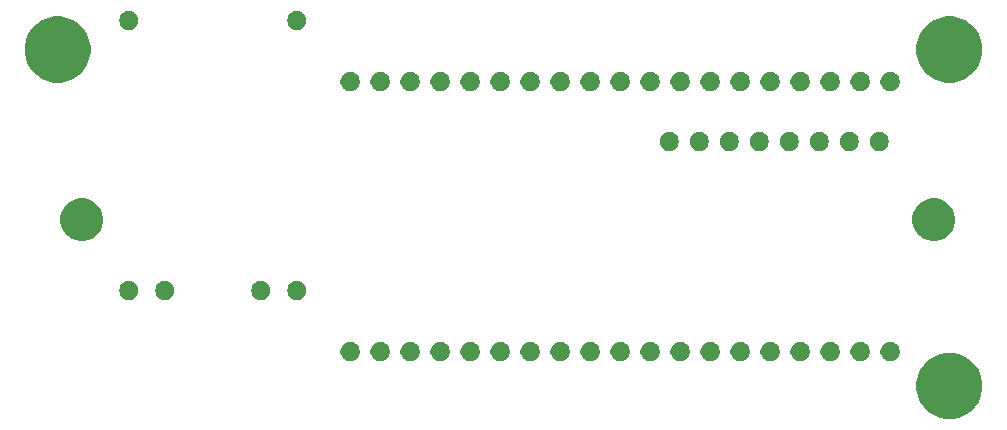
<source format=gbr>
G04 #@! TF.GenerationSoftware,KiCad,Pcbnew,(5.1.0)-1*
G04 #@! TF.CreationDate,2019-04-18T21:07:37-07:00*
G04 #@! TF.ProjectId,PCBv2,50434276-322e-46b6-9963-61645f706362,rev?*
G04 #@! TF.SameCoordinates,Original*
G04 #@! TF.FileFunction,Soldermask,Top*
G04 #@! TF.FilePolarity,Negative*
%FSLAX46Y46*%
G04 Gerber Fmt 4.6, Leading zero omitted, Abs format (unit mm)*
G04 Created by KiCad (PCBNEW (5.1.0)-1) date 2019-04-18 21:07:37*
%MOMM*%
%LPD*%
G04 APERTURE LIST*
%ADD10C,0.100000*%
G04 APERTURE END LIST*
D10*
G36*
X148317021Y-91056640D02*
G01*
X148826769Y-91267785D01*
X148826771Y-91267786D01*
X149285534Y-91574321D01*
X149675679Y-91964466D01*
X149982214Y-92423229D01*
X149982215Y-92423231D01*
X150193360Y-92932979D01*
X150301000Y-93474124D01*
X150301000Y-94025876D01*
X150193360Y-94567021D01*
X149982215Y-95076769D01*
X149982214Y-95076771D01*
X149675679Y-95535534D01*
X149285534Y-95925679D01*
X148826771Y-96232214D01*
X148826770Y-96232215D01*
X148826769Y-96232215D01*
X148317021Y-96443360D01*
X147775876Y-96551000D01*
X147224124Y-96551000D01*
X146682979Y-96443360D01*
X146173231Y-96232215D01*
X146173230Y-96232215D01*
X146173229Y-96232214D01*
X145714466Y-95925679D01*
X145324321Y-95535534D01*
X145017786Y-95076771D01*
X145017785Y-95076769D01*
X144806640Y-94567021D01*
X144699000Y-94025876D01*
X144699000Y-93474124D01*
X144806640Y-92932979D01*
X145017785Y-92423231D01*
X145017786Y-92423229D01*
X145324321Y-91964466D01*
X145714466Y-91574321D01*
X146173229Y-91267786D01*
X146173231Y-91267785D01*
X146682979Y-91056640D01*
X147224124Y-90949000D01*
X147775876Y-90949000D01*
X148317021Y-91056640D01*
X148317021Y-91056640D01*
G37*
G36*
X119857142Y-90048242D02*
G01*
X120005101Y-90109529D01*
X120138255Y-90198499D01*
X120251501Y-90311745D01*
X120340471Y-90444899D01*
X120401758Y-90592858D01*
X120433000Y-90749925D01*
X120433000Y-90910075D01*
X120401758Y-91067142D01*
X120340471Y-91215101D01*
X120251501Y-91348255D01*
X120138255Y-91461501D01*
X120005101Y-91550471D01*
X119857142Y-91611758D01*
X119700075Y-91643000D01*
X119539925Y-91643000D01*
X119382858Y-91611758D01*
X119234899Y-91550471D01*
X119101745Y-91461501D01*
X118988499Y-91348255D01*
X118899529Y-91215101D01*
X118838242Y-91067142D01*
X118807000Y-90910075D01*
X118807000Y-90749925D01*
X118838242Y-90592858D01*
X118899529Y-90444899D01*
X118988499Y-90311745D01*
X119101745Y-90198499D01*
X119234899Y-90109529D01*
X119382858Y-90048242D01*
X119539925Y-90017000D01*
X119700075Y-90017000D01*
X119857142Y-90048242D01*
X119857142Y-90048242D01*
G37*
G36*
X140177142Y-90048242D02*
G01*
X140325101Y-90109529D01*
X140458255Y-90198499D01*
X140571501Y-90311745D01*
X140660471Y-90444899D01*
X140721758Y-90592858D01*
X140753000Y-90749925D01*
X140753000Y-90910075D01*
X140721758Y-91067142D01*
X140660471Y-91215101D01*
X140571501Y-91348255D01*
X140458255Y-91461501D01*
X140325101Y-91550471D01*
X140177142Y-91611758D01*
X140020075Y-91643000D01*
X139859925Y-91643000D01*
X139702858Y-91611758D01*
X139554899Y-91550471D01*
X139421745Y-91461501D01*
X139308499Y-91348255D01*
X139219529Y-91215101D01*
X139158242Y-91067142D01*
X139127000Y-90910075D01*
X139127000Y-90749925D01*
X139158242Y-90592858D01*
X139219529Y-90444899D01*
X139308499Y-90311745D01*
X139421745Y-90198499D01*
X139554899Y-90109529D01*
X139702858Y-90048242D01*
X139859925Y-90017000D01*
X140020075Y-90017000D01*
X140177142Y-90048242D01*
X140177142Y-90048242D01*
G37*
G36*
X137637142Y-90048242D02*
G01*
X137785101Y-90109529D01*
X137918255Y-90198499D01*
X138031501Y-90311745D01*
X138120471Y-90444899D01*
X138181758Y-90592858D01*
X138213000Y-90749925D01*
X138213000Y-90910075D01*
X138181758Y-91067142D01*
X138120471Y-91215101D01*
X138031501Y-91348255D01*
X137918255Y-91461501D01*
X137785101Y-91550471D01*
X137637142Y-91611758D01*
X137480075Y-91643000D01*
X137319925Y-91643000D01*
X137162858Y-91611758D01*
X137014899Y-91550471D01*
X136881745Y-91461501D01*
X136768499Y-91348255D01*
X136679529Y-91215101D01*
X136618242Y-91067142D01*
X136587000Y-90910075D01*
X136587000Y-90749925D01*
X136618242Y-90592858D01*
X136679529Y-90444899D01*
X136768499Y-90311745D01*
X136881745Y-90198499D01*
X137014899Y-90109529D01*
X137162858Y-90048242D01*
X137319925Y-90017000D01*
X137480075Y-90017000D01*
X137637142Y-90048242D01*
X137637142Y-90048242D01*
G37*
G36*
X135097142Y-90048242D02*
G01*
X135245101Y-90109529D01*
X135378255Y-90198499D01*
X135491501Y-90311745D01*
X135580471Y-90444899D01*
X135641758Y-90592858D01*
X135673000Y-90749925D01*
X135673000Y-90910075D01*
X135641758Y-91067142D01*
X135580471Y-91215101D01*
X135491501Y-91348255D01*
X135378255Y-91461501D01*
X135245101Y-91550471D01*
X135097142Y-91611758D01*
X134940075Y-91643000D01*
X134779925Y-91643000D01*
X134622858Y-91611758D01*
X134474899Y-91550471D01*
X134341745Y-91461501D01*
X134228499Y-91348255D01*
X134139529Y-91215101D01*
X134078242Y-91067142D01*
X134047000Y-90910075D01*
X134047000Y-90749925D01*
X134078242Y-90592858D01*
X134139529Y-90444899D01*
X134228499Y-90311745D01*
X134341745Y-90198499D01*
X134474899Y-90109529D01*
X134622858Y-90048242D01*
X134779925Y-90017000D01*
X134940075Y-90017000D01*
X135097142Y-90048242D01*
X135097142Y-90048242D01*
G37*
G36*
X132557142Y-90048242D02*
G01*
X132705101Y-90109529D01*
X132838255Y-90198499D01*
X132951501Y-90311745D01*
X133040471Y-90444899D01*
X133101758Y-90592858D01*
X133133000Y-90749925D01*
X133133000Y-90910075D01*
X133101758Y-91067142D01*
X133040471Y-91215101D01*
X132951501Y-91348255D01*
X132838255Y-91461501D01*
X132705101Y-91550471D01*
X132557142Y-91611758D01*
X132400075Y-91643000D01*
X132239925Y-91643000D01*
X132082858Y-91611758D01*
X131934899Y-91550471D01*
X131801745Y-91461501D01*
X131688499Y-91348255D01*
X131599529Y-91215101D01*
X131538242Y-91067142D01*
X131507000Y-90910075D01*
X131507000Y-90749925D01*
X131538242Y-90592858D01*
X131599529Y-90444899D01*
X131688499Y-90311745D01*
X131801745Y-90198499D01*
X131934899Y-90109529D01*
X132082858Y-90048242D01*
X132239925Y-90017000D01*
X132400075Y-90017000D01*
X132557142Y-90048242D01*
X132557142Y-90048242D01*
G37*
G36*
X130017142Y-90048242D02*
G01*
X130165101Y-90109529D01*
X130298255Y-90198499D01*
X130411501Y-90311745D01*
X130500471Y-90444899D01*
X130561758Y-90592858D01*
X130593000Y-90749925D01*
X130593000Y-90910075D01*
X130561758Y-91067142D01*
X130500471Y-91215101D01*
X130411501Y-91348255D01*
X130298255Y-91461501D01*
X130165101Y-91550471D01*
X130017142Y-91611758D01*
X129860075Y-91643000D01*
X129699925Y-91643000D01*
X129542858Y-91611758D01*
X129394899Y-91550471D01*
X129261745Y-91461501D01*
X129148499Y-91348255D01*
X129059529Y-91215101D01*
X128998242Y-91067142D01*
X128967000Y-90910075D01*
X128967000Y-90749925D01*
X128998242Y-90592858D01*
X129059529Y-90444899D01*
X129148499Y-90311745D01*
X129261745Y-90198499D01*
X129394899Y-90109529D01*
X129542858Y-90048242D01*
X129699925Y-90017000D01*
X129860075Y-90017000D01*
X130017142Y-90048242D01*
X130017142Y-90048242D01*
G37*
G36*
X127477142Y-90048242D02*
G01*
X127625101Y-90109529D01*
X127758255Y-90198499D01*
X127871501Y-90311745D01*
X127960471Y-90444899D01*
X128021758Y-90592858D01*
X128053000Y-90749925D01*
X128053000Y-90910075D01*
X128021758Y-91067142D01*
X127960471Y-91215101D01*
X127871501Y-91348255D01*
X127758255Y-91461501D01*
X127625101Y-91550471D01*
X127477142Y-91611758D01*
X127320075Y-91643000D01*
X127159925Y-91643000D01*
X127002858Y-91611758D01*
X126854899Y-91550471D01*
X126721745Y-91461501D01*
X126608499Y-91348255D01*
X126519529Y-91215101D01*
X126458242Y-91067142D01*
X126427000Y-90910075D01*
X126427000Y-90749925D01*
X126458242Y-90592858D01*
X126519529Y-90444899D01*
X126608499Y-90311745D01*
X126721745Y-90198499D01*
X126854899Y-90109529D01*
X127002858Y-90048242D01*
X127159925Y-90017000D01*
X127320075Y-90017000D01*
X127477142Y-90048242D01*
X127477142Y-90048242D01*
G37*
G36*
X124937142Y-90048242D02*
G01*
X125085101Y-90109529D01*
X125218255Y-90198499D01*
X125331501Y-90311745D01*
X125420471Y-90444899D01*
X125481758Y-90592858D01*
X125513000Y-90749925D01*
X125513000Y-90910075D01*
X125481758Y-91067142D01*
X125420471Y-91215101D01*
X125331501Y-91348255D01*
X125218255Y-91461501D01*
X125085101Y-91550471D01*
X124937142Y-91611758D01*
X124780075Y-91643000D01*
X124619925Y-91643000D01*
X124462858Y-91611758D01*
X124314899Y-91550471D01*
X124181745Y-91461501D01*
X124068499Y-91348255D01*
X123979529Y-91215101D01*
X123918242Y-91067142D01*
X123887000Y-90910075D01*
X123887000Y-90749925D01*
X123918242Y-90592858D01*
X123979529Y-90444899D01*
X124068499Y-90311745D01*
X124181745Y-90198499D01*
X124314899Y-90109529D01*
X124462858Y-90048242D01*
X124619925Y-90017000D01*
X124780075Y-90017000D01*
X124937142Y-90048242D01*
X124937142Y-90048242D01*
G37*
G36*
X122397142Y-90048242D02*
G01*
X122545101Y-90109529D01*
X122678255Y-90198499D01*
X122791501Y-90311745D01*
X122880471Y-90444899D01*
X122941758Y-90592858D01*
X122973000Y-90749925D01*
X122973000Y-90910075D01*
X122941758Y-91067142D01*
X122880471Y-91215101D01*
X122791501Y-91348255D01*
X122678255Y-91461501D01*
X122545101Y-91550471D01*
X122397142Y-91611758D01*
X122240075Y-91643000D01*
X122079925Y-91643000D01*
X121922858Y-91611758D01*
X121774899Y-91550471D01*
X121641745Y-91461501D01*
X121528499Y-91348255D01*
X121439529Y-91215101D01*
X121378242Y-91067142D01*
X121347000Y-90910075D01*
X121347000Y-90749925D01*
X121378242Y-90592858D01*
X121439529Y-90444899D01*
X121528499Y-90311745D01*
X121641745Y-90198499D01*
X121774899Y-90109529D01*
X121922858Y-90048242D01*
X122079925Y-90017000D01*
X122240075Y-90017000D01*
X122397142Y-90048242D01*
X122397142Y-90048242D01*
G37*
G36*
X96997142Y-90048242D02*
G01*
X97145101Y-90109529D01*
X97278255Y-90198499D01*
X97391501Y-90311745D01*
X97480471Y-90444899D01*
X97541758Y-90592858D01*
X97573000Y-90749925D01*
X97573000Y-90910075D01*
X97541758Y-91067142D01*
X97480471Y-91215101D01*
X97391501Y-91348255D01*
X97278255Y-91461501D01*
X97145101Y-91550471D01*
X96997142Y-91611758D01*
X96840075Y-91643000D01*
X96679925Y-91643000D01*
X96522858Y-91611758D01*
X96374899Y-91550471D01*
X96241745Y-91461501D01*
X96128499Y-91348255D01*
X96039529Y-91215101D01*
X95978242Y-91067142D01*
X95947000Y-90910075D01*
X95947000Y-90749925D01*
X95978242Y-90592858D01*
X96039529Y-90444899D01*
X96128499Y-90311745D01*
X96241745Y-90198499D01*
X96374899Y-90109529D01*
X96522858Y-90048242D01*
X96679925Y-90017000D01*
X96840075Y-90017000D01*
X96997142Y-90048242D01*
X96997142Y-90048242D01*
G37*
G36*
X114777142Y-90048242D02*
G01*
X114925101Y-90109529D01*
X115058255Y-90198499D01*
X115171501Y-90311745D01*
X115260471Y-90444899D01*
X115321758Y-90592858D01*
X115353000Y-90749925D01*
X115353000Y-90910075D01*
X115321758Y-91067142D01*
X115260471Y-91215101D01*
X115171501Y-91348255D01*
X115058255Y-91461501D01*
X114925101Y-91550471D01*
X114777142Y-91611758D01*
X114620075Y-91643000D01*
X114459925Y-91643000D01*
X114302858Y-91611758D01*
X114154899Y-91550471D01*
X114021745Y-91461501D01*
X113908499Y-91348255D01*
X113819529Y-91215101D01*
X113758242Y-91067142D01*
X113727000Y-90910075D01*
X113727000Y-90749925D01*
X113758242Y-90592858D01*
X113819529Y-90444899D01*
X113908499Y-90311745D01*
X114021745Y-90198499D01*
X114154899Y-90109529D01*
X114302858Y-90048242D01*
X114459925Y-90017000D01*
X114620075Y-90017000D01*
X114777142Y-90048242D01*
X114777142Y-90048242D01*
G37*
G36*
X112237142Y-90048242D02*
G01*
X112385101Y-90109529D01*
X112518255Y-90198499D01*
X112631501Y-90311745D01*
X112720471Y-90444899D01*
X112781758Y-90592858D01*
X112813000Y-90749925D01*
X112813000Y-90910075D01*
X112781758Y-91067142D01*
X112720471Y-91215101D01*
X112631501Y-91348255D01*
X112518255Y-91461501D01*
X112385101Y-91550471D01*
X112237142Y-91611758D01*
X112080075Y-91643000D01*
X111919925Y-91643000D01*
X111762858Y-91611758D01*
X111614899Y-91550471D01*
X111481745Y-91461501D01*
X111368499Y-91348255D01*
X111279529Y-91215101D01*
X111218242Y-91067142D01*
X111187000Y-90910075D01*
X111187000Y-90749925D01*
X111218242Y-90592858D01*
X111279529Y-90444899D01*
X111368499Y-90311745D01*
X111481745Y-90198499D01*
X111614899Y-90109529D01*
X111762858Y-90048242D01*
X111919925Y-90017000D01*
X112080075Y-90017000D01*
X112237142Y-90048242D01*
X112237142Y-90048242D01*
G37*
G36*
X109697142Y-90048242D02*
G01*
X109845101Y-90109529D01*
X109978255Y-90198499D01*
X110091501Y-90311745D01*
X110180471Y-90444899D01*
X110241758Y-90592858D01*
X110273000Y-90749925D01*
X110273000Y-90910075D01*
X110241758Y-91067142D01*
X110180471Y-91215101D01*
X110091501Y-91348255D01*
X109978255Y-91461501D01*
X109845101Y-91550471D01*
X109697142Y-91611758D01*
X109540075Y-91643000D01*
X109379925Y-91643000D01*
X109222858Y-91611758D01*
X109074899Y-91550471D01*
X108941745Y-91461501D01*
X108828499Y-91348255D01*
X108739529Y-91215101D01*
X108678242Y-91067142D01*
X108647000Y-90910075D01*
X108647000Y-90749925D01*
X108678242Y-90592858D01*
X108739529Y-90444899D01*
X108828499Y-90311745D01*
X108941745Y-90198499D01*
X109074899Y-90109529D01*
X109222858Y-90048242D01*
X109379925Y-90017000D01*
X109540075Y-90017000D01*
X109697142Y-90048242D01*
X109697142Y-90048242D01*
G37*
G36*
X107157142Y-90048242D02*
G01*
X107305101Y-90109529D01*
X107438255Y-90198499D01*
X107551501Y-90311745D01*
X107640471Y-90444899D01*
X107701758Y-90592858D01*
X107733000Y-90749925D01*
X107733000Y-90910075D01*
X107701758Y-91067142D01*
X107640471Y-91215101D01*
X107551501Y-91348255D01*
X107438255Y-91461501D01*
X107305101Y-91550471D01*
X107157142Y-91611758D01*
X107000075Y-91643000D01*
X106839925Y-91643000D01*
X106682858Y-91611758D01*
X106534899Y-91550471D01*
X106401745Y-91461501D01*
X106288499Y-91348255D01*
X106199529Y-91215101D01*
X106138242Y-91067142D01*
X106107000Y-90910075D01*
X106107000Y-90749925D01*
X106138242Y-90592858D01*
X106199529Y-90444899D01*
X106288499Y-90311745D01*
X106401745Y-90198499D01*
X106534899Y-90109529D01*
X106682858Y-90048242D01*
X106839925Y-90017000D01*
X107000075Y-90017000D01*
X107157142Y-90048242D01*
X107157142Y-90048242D01*
G37*
G36*
X104617142Y-90048242D02*
G01*
X104765101Y-90109529D01*
X104898255Y-90198499D01*
X105011501Y-90311745D01*
X105100471Y-90444899D01*
X105161758Y-90592858D01*
X105193000Y-90749925D01*
X105193000Y-90910075D01*
X105161758Y-91067142D01*
X105100471Y-91215101D01*
X105011501Y-91348255D01*
X104898255Y-91461501D01*
X104765101Y-91550471D01*
X104617142Y-91611758D01*
X104460075Y-91643000D01*
X104299925Y-91643000D01*
X104142858Y-91611758D01*
X103994899Y-91550471D01*
X103861745Y-91461501D01*
X103748499Y-91348255D01*
X103659529Y-91215101D01*
X103598242Y-91067142D01*
X103567000Y-90910075D01*
X103567000Y-90749925D01*
X103598242Y-90592858D01*
X103659529Y-90444899D01*
X103748499Y-90311745D01*
X103861745Y-90198499D01*
X103994899Y-90109529D01*
X104142858Y-90048242D01*
X104299925Y-90017000D01*
X104460075Y-90017000D01*
X104617142Y-90048242D01*
X104617142Y-90048242D01*
G37*
G36*
X102077142Y-90048242D02*
G01*
X102225101Y-90109529D01*
X102358255Y-90198499D01*
X102471501Y-90311745D01*
X102560471Y-90444899D01*
X102621758Y-90592858D01*
X102653000Y-90749925D01*
X102653000Y-90910075D01*
X102621758Y-91067142D01*
X102560471Y-91215101D01*
X102471501Y-91348255D01*
X102358255Y-91461501D01*
X102225101Y-91550471D01*
X102077142Y-91611758D01*
X101920075Y-91643000D01*
X101759925Y-91643000D01*
X101602858Y-91611758D01*
X101454899Y-91550471D01*
X101321745Y-91461501D01*
X101208499Y-91348255D01*
X101119529Y-91215101D01*
X101058242Y-91067142D01*
X101027000Y-90910075D01*
X101027000Y-90749925D01*
X101058242Y-90592858D01*
X101119529Y-90444899D01*
X101208499Y-90311745D01*
X101321745Y-90198499D01*
X101454899Y-90109529D01*
X101602858Y-90048242D01*
X101759925Y-90017000D01*
X101920075Y-90017000D01*
X102077142Y-90048242D01*
X102077142Y-90048242D01*
G37*
G36*
X99537142Y-90048242D02*
G01*
X99685101Y-90109529D01*
X99818255Y-90198499D01*
X99931501Y-90311745D01*
X100020471Y-90444899D01*
X100081758Y-90592858D01*
X100113000Y-90749925D01*
X100113000Y-90910075D01*
X100081758Y-91067142D01*
X100020471Y-91215101D01*
X99931501Y-91348255D01*
X99818255Y-91461501D01*
X99685101Y-91550471D01*
X99537142Y-91611758D01*
X99380075Y-91643000D01*
X99219925Y-91643000D01*
X99062858Y-91611758D01*
X98914899Y-91550471D01*
X98781745Y-91461501D01*
X98668499Y-91348255D01*
X98579529Y-91215101D01*
X98518242Y-91067142D01*
X98487000Y-90910075D01*
X98487000Y-90749925D01*
X98518242Y-90592858D01*
X98579529Y-90444899D01*
X98668499Y-90311745D01*
X98781745Y-90198499D01*
X98914899Y-90109529D01*
X99062858Y-90048242D01*
X99219925Y-90017000D01*
X99380075Y-90017000D01*
X99537142Y-90048242D01*
X99537142Y-90048242D01*
G37*
G36*
X142717142Y-90048242D02*
G01*
X142865101Y-90109529D01*
X142998255Y-90198499D01*
X143111501Y-90311745D01*
X143200471Y-90444899D01*
X143261758Y-90592858D01*
X143293000Y-90749925D01*
X143293000Y-90910075D01*
X143261758Y-91067142D01*
X143200471Y-91215101D01*
X143111501Y-91348255D01*
X142998255Y-91461501D01*
X142865101Y-91550471D01*
X142717142Y-91611758D01*
X142560075Y-91643000D01*
X142399925Y-91643000D01*
X142242858Y-91611758D01*
X142094899Y-91550471D01*
X141961745Y-91461501D01*
X141848499Y-91348255D01*
X141759529Y-91215101D01*
X141698242Y-91067142D01*
X141667000Y-90910075D01*
X141667000Y-90749925D01*
X141698242Y-90592858D01*
X141759529Y-90444899D01*
X141848499Y-90311745D01*
X141961745Y-90198499D01*
X142094899Y-90109529D01*
X142242858Y-90048242D01*
X142399925Y-90017000D01*
X142560075Y-90017000D01*
X142717142Y-90048242D01*
X142717142Y-90048242D01*
G37*
G36*
X117317142Y-90048242D02*
G01*
X117465101Y-90109529D01*
X117598255Y-90198499D01*
X117711501Y-90311745D01*
X117800471Y-90444899D01*
X117861758Y-90592858D01*
X117893000Y-90749925D01*
X117893000Y-90910075D01*
X117861758Y-91067142D01*
X117800471Y-91215101D01*
X117711501Y-91348255D01*
X117598255Y-91461501D01*
X117465101Y-91550471D01*
X117317142Y-91611758D01*
X117160075Y-91643000D01*
X116999925Y-91643000D01*
X116842858Y-91611758D01*
X116694899Y-91550471D01*
X116561745Y-91461501D01*
X116448499Y-91348255D01*
X116359529Y-91215101D01*
X116298242Y-91067142D01*
X116267000Y-90910075D01*
X116267000Y-90749925D01*
X116298242Y-90592858D01*
X116359529Y-90444899D01*
X116448499Y-90311745D01*
X116561745Y-90198499D01*
X116694899Y-90109529D01*
X116842858Y-90048242D01*
X116999925Y-90017000D01*
X117160075Y-90017000D01*
X117317142Y-90048242D01*
X117317142Y-90048242D01*
G37*
G36*
X89437142Y-84860242D02*
G01*
X89585101Y-84921529D01*
X89718255Y-85010499D01*
X89831501Y-85123745D01*
X89920471Y-85256899D01*
X89981758Y-85404858D01*
X90013000Y-85561925D01*
X90013000Y-85722075D01*
X89981758Y-85879142D01*
X89920471Y-86027101D01*
X89831501Y-86160255D01*
X89718255Y-86273501D01*
X89585101Y-86362471D01*
X89437142Y-86423758D01*
X89280075Y-86455000D01*
X89119925Y-86455000D01*
X88962858Y-86423758D01*
X88814899Y-86362471D01*
X88681745Y-86273501D01*
X88568499Y-86160255D01*
X88479529Y-86027101D01*
X88418242Y-85879142D01*
X88387000Y-85722075D01*
X88387000Y-85561925D01*
X88418242Y-85404858D01*
X88479529Y-85256899D01*
X88568499Y-85123745D01*
X88681745Y-85010499D01*
X88814899Y-84921529D01*
X88962858Y-84860242D01*
X89119925Y-84829000D01*
X89280075Y-84829000D01*
X89437142Y-84860242D01*
X89437142Y-84860242D01*
G37*
G36*
X81309142Y-84860242D02*
G01*
X81457101Y-84921529D01*
X81590255Y-85010499D01*
X81703501Y-85123745D01*
X81792471Y-85256899D01*
X81853758Y-85404858D01*
X81885000Y-85561925D01*
X81885000Y-85722075D01*
X81853758Y-85879142D01*
X81792471Y-86027101D01*
X81703501Y-86160255D01*
X81590255Y-86273501D01*
X81457101Y-86362471D01*
X81309142Y-86423758D01*
X81152075Y-86455000D01*
X80991925Y-86455000D01*
X80834858Y-86423758D01*
X80686899Y-86362471D01*
X80553745Y-86273501D01*
X80440499Y-86160255D01*
X80351529Y-86027101D01*
X80290242Y-85879142D01*
X80259000Y-85722075D01*
X80259000Y-85561925D01*
X80290242Y-85404858D01*
X80351529Y-85256899D01*
X80440499Y-85123745D01*
X80553745Y-85010499D01*
X80686899Y-84921529D01*
X80834858Y-84860242D01*
X80991925Y-84829000D01*
X81152075Y-84829000D01*
X81309142Y-84860242D01*
X81309142Y-84860242D01*
G37*
G36*
X78261142Y-84860242D02*
G01*
X78409101Y-84921529D01*
X78542255Y-85010499D01*
X78655501Y-85123745D01*
X78744471Y-85256899D01*
X78805758Y-85404858D01*
X78837000Y-85561925D01*
X78837000Y-85722075D01*
X78805758Y-85879142D01*
X78744471Y-86027101D01*
X78655501Y-86160255D01*
X78542255Y-86273501D01*
X78409101Y-86362471D01*
X78261142Y-86423758D01*
X78104075Y-86455000D01*
X77943925Y-86455000D01*
X77786858Y-86423758D01*
X77638899Y-86362471D01*
X77505745Y-86273501D01*
X77392499Y-86160255D01*
X77303529Y-86027101D01*
X77242242Y-85879142D01*
X77211000Y-85722075D01*
X77211000Y-85561925D01*
X77242242Y-85404858D01*
X77303529Y-85256899D01*
X77392499Y-85123745D01*
X77505745Y-85010499D01*
X77638899Y-84921529D01*
X77786858Y-84860242D01*
X77943925Y-84829000D01*
X78104075Y-84829000D01*
X78261142Y-84860242D01*
X78261142Y-84860242D01*
G37*
G36*
X92485142Y-84860242D02*
G01*
X92633101Y-84921529D01*
X92766255Y-85010499D01*
X92879501Y-85123745D01*
X92968471Y-85256899D01*
X93029758Y-85404858D01*
X93061000Y-85561925D01*
X93061000Y-85722075D01*
X93029758Y-85879142D01*
X92968471Y-86027101D01*
X92879501Y-86160255D01*
X92766255Y-86273501D01*
X92633101Y-86362471D01*
X92485142Y-86423758D01*
X92328075Y-86455000D01*
X92167925Y-86455000D01*
X92010858Y-86423758D01*
X91862899Y-86362471D01*
X91729745Y-86273501D01*
X91616499Y-86160255D01*
X91527529Y-86027101D01*
X91466242Y-85879142D01*
X91435000Y-85722075D01*
X91435000Y-85561925D01*
X91466242Y-85404858D01*
X91527529Y-85256899D01*
X91616499Y-85123745D01*
X91729745Y-85010499D01*
X91862899Y-84921529D01*
X92010858Y-84860242D01*
X92167925Y-84829000D01*
X92328075Y-84829000D01*
X92485142Y-84860242D01*
X92485142Y-84860242D01*
G37*
G36*
X146701331Y-77928211D02*
G01*
X147029092Y-78063974D01*
X147324070Y-78261072D01*
X147574928Y-78511930D01*
X147772026Y-78806908D01*
X147907789Y-79134669D01*
X147977000Y-79482616D01*
X147977000Y-79837384D01*
X147907789Y-80185331D01*
X147772026Y-80513092D01*
X147574928Y-80808070D01*
X147324070Y-81058928D01*
X147029092Y-81256026D01*
X146701331Y-81391789D01*
X146353384Y-81461000D01*
X145998616Y-81461000D01*
X145650669Y-81391789D01*
X145322908Y-81256026D01*
X145027930Y-81058928D01*
X144777072Y-80808070D01*
X144579974Y-80513092D01*
X144444211Y-80185331D01*
X144375000Y-79837384D01*
X144375000Y-79482616D01*
X144444211Y-79134669D01*
X144579974Y-78806908D01*
X144777072Y-78511930D01*
X145027930Y-78261072D01*
X145322908Y-78063974D01*
X145650669Y-77928211D01*
X145998616Y-77859000D01*
X146353384Y-77859000D01*
X146701331Y-77928211D01*
X146701331Y-77928211D01*
G37*
G36*
X74565331Y-77928211D02*
G01*
X74893092Y-78063974D01*
X75188070Y-78261072D01*
X75438928Y-78511930D01*
X75636026Y-78806908D01*
X75771789Y-79134669D01*
X75841000Y-79482616D01*
X75841000Y-79837384D01*
X75771789Y-80185331D01*
X75636026Y-80513092D01*
X75438928Y-80808070D01*
X75188070Y-81058928D01*
X74893092Y-81256026D01*
X74565331Y-81391789D01*
X74217384Y-81461000D01*
X73862616Y-81461000D01*
X73514669Y-81391789D01*
X73186908Y-81256026D01*
X72891930Y-81058928D01*
X72641072Y-80808070D01*
X72443974Y-80513092D01*
X72308211Y-80185331D01*
X72239000Y-79837384D01*
X72239000Y-79482616D01*
X72308211Y-79134669D01*
X72443974Y-78806908D01*
X72641072Y-78511930D01*
X72891930Y-78261072D01*
X73186908Y-78063974D01*
X73514669Y-77928211D01*
X73862616Y-77859000D01*
X74217384Y-77859000D01*
X74565331Y-77928211D01*
X74565331Y-77928211D01*
G37*
G36*
X141787142Y-72248242D02*
G01*
X141935101Y-72309529D01*
X142068255Y-72398499D01*
X142181501Y-72511745D01*
X142270471Y-72644899D01*
X142331758Y-72792858D01*
X142363000Y-72949925D01*
X142363000Y-73110075D01*
X142331758Y-73267142D01*
X142270471Y-73415101D01*
X142181501Y-73548255D01*
X142068255Y-73661501D01*
X141935101Y-73750471D01*
X141787142Y-73811758D01*
X141630075Y-73843000D01*
X141469925Y-73843000D01*
X141312858Y-73811758D01*
X141164899Y-73750471D01*
X141031745Y-73661501D01*
X140918499Y-73548255D01*
X140829529Y-73415101D01*
X140768242Y-73267142D01*
X140737000Y-73110075D01*
X140737000Y-72949925D01*
X140768242Y-72792858D01*
X140829529Y-72644899D01*
X140918499Y-72511745D01*
X141031745Y-72398499D01*
X141164899Y-72309529D01*
X141312858Y-72248242D01*
X141469925Y-72217000D01*
X141630075Y-72217000D01*
X141787142Y-72248242D01*
X141787142Y-72248242D01*
G37*
G36*
X139247142Y-72248242D02*
G01*
X139395101Y-72309529D01*
X139528255Y-72398499D01*
X139641501Y-72511745D01*
X139730471Y-72644899D01*
X139791758Y-72792858D01*
X139823000Y-72949925D01*
X139823000Y-73110075D01*
X139791758Y-73267142D01*
X139730471Y-73415101D01*
X139641501Y-73548255D01*
X139528255Y-73661501D01*
X139395101Y-73750471D01*
X139247142Y-73811758D01*
X139090075Y-73843000D01*
X138929925Y-73843000D01*
X138772858Y-73811758D01*
X138624899Y-73750471D01*
X138491745Y-73661501D01*
X138378499Y-73548255D01*
X138289529Y-73415101D01*
X138228242Y-73267142D01*
X138197000Y-73110075D01*
X138197000Y-72949925D01*
X138228242Y-72792858D01*
X138289529Y-72644899D01*
X138378499Y-72511745D01*
X138491745Y-72398499D01*
X138624899Y-72309529D01*
X138772858Y-72248242D01*
X138929925Y-72217000D01*
X139090075Y-72217000D01*
X139247142Y-72248242D01*
X139247142Y-72248242D01*
G37*
G36*
X129087142Y-72248242D02*
G01*
X129235101Y-72309529D01*
X129368255Y-72398499D01*
X129481501Y-72511745D01*
X129570471Y-72644899D01*
X129631758Y-72792858D01*
X129663000Y-72949925D01*
X129663000Y-73110075D01*
X129631758Y-73267142D01*
X129570471Y-73415101D01*
X129481501Y-73548255D01*
X129368255Y-73661501D01*
X129235101Y-73750471D01*
X129087142Y-73811758D01*
X128930075Y-73843000D01*
X128769925Y-73843000D01*
X128612858Y-73811758D01*
X128464899Y-73750471D01*
X128331745Y-73661501D01*
X128218499Y-73548255D01*
X128129529Y-73415101D01*
X128068242Y-73267142D01*
X128037000Y-73110075D01*
X128037000Y-72949925D01*
X128068242Y-72792858D01*
X128129529Y-72644899D01*
X128218499Y-72511745D01*
X128331745Y-72398499D01*
X128464899Y-72309529D01*
X128612858Y-72248242D01*
X128769925Y-72217000D01*
X128930075Y-72217000D01*
X129087142Y-72248242D01*
X129087142Y-72248242D01*
G37*
G36*
X136707142Y-72248242D02*
G01*
X136855101Y-72309529D01*
X136988255Y-72398499D01*
X137101501Y-72511745D01*
X137190471Y-72644899D01*
X137251758Y-72792858D01*
X137283000Y-72949925D01*
X137283000Y-73110075D01*
X137251758Y-73267142D01*
X137190471Y-73415101D01*
X137101501Y-73548255D01*
X136988255Y-73661501D01*
X136855101Y-73750471D01*
X136707142Y-73811758D01*
X136550075Y-73843000D01*
X136389925Y-73843000D01*
X136232858Y-73811758D01*
X136084899Y-73750471D01*
X135951745Y-73661501D01*
X135838499Y-73548255D01*
X135749529Y-73415101D01*
X135688242Y-73267142D01*
X135657000Y-73110075D01*
X135657000Y-72949925D01*
X135688242Y-72792858D01*
X135749529Y-72644899D01*
X135838499Y-72511745D01*
X135951745Y-72398499D01*
X136084899Y-72309529D01*
X136232858Y-72248242D01*
X136389925Y-72217000D01*
X136550075Y-72217000D01*
X136707142Y-72248242D01*
X136707142Y-72248242D01*
G37*
G36*
X131627142Y-72248242D02*
G01*
X131775101Y-72309529D01*
X131908255Y-72398499D01*
X132021501Y-72511745D01*
X132110471Y-72644899D01*
X132171758Y-72792858D01*
X132203000Y-72949925D01*
X132203000Y-73110075D01*
X132171758Y-73267142D01*
X132110471Y-73415101D01*
X132021501Y-73548255D01*
X131908255Y-73661501D01*
X131775101Y-73750471D01*
X131627142Y-73811758D01*
X131470075Y-73843000D01*
X131309925Y-73843000D01*
X131152858Y-73811758D01*
X131004899Y-73750471D01*
X130871745Y-73661501D01*
X130758499Y-73548255D01*
X130669529Y-73415101D01*
X130608242Y-73267142D01*
X130577000Y-73110075D01*
X130577000Y-72949925D01*
X130608242Y-72792858D01*
X130669529Y-72644899D01*
X130758499Y-72511745D01*
X130871745Y-72398499D01*
X131004899Y-72309529D01*
X131152858Y-72248242D01*
X131309925Y-72217000D01*
X131470075Y-72217000D01*
X131627142Y-72248242D01*
X131627142Y-72248242D01*
G37*
G36*
X126547142Y-72248242D02*
G01*
X126695101Y-72309529D01*
X126828255Y-72398499D01*
X126941501Y-72511745D01*
X127030471Y-72644899D01*
X127091758Y-72792858D01*
X127123000Y-72949925D01*
X127123000Y-73110075D01*
X127091758Y-73267142D01*
X127030471Y-73415101D01*
X126941501Y-73548255D01*
X126828255Y-73661501D01*
X126695101Y-73750471D01*
X126547142Y-73811758D01*
X126390075Y-73843000D01*
X126229925Y-73843000D01*
X126072858Y-73811758D01*
X125924899Y-73750471D01*
X125791745Y-73661501D01*
X125678499Y-73548255D01*
X125589529Y-73415101D01*
X125528242Y-73267142D01*
X125497000Y-73110075D01*
X125497000Y-72949925D01*
X125528242Y-72792858D01*
X125589529Y-72644899D01*
X125678499Y-72511745D01*
X125791745Y-72398499D01*
X125924899Y-72309529D01*
X126072858Y-72248242D01*
X126229925Y-72217000D01*
X126390075Y-72217000D01*
X126547142Y-72248242D01*
X126547142Y-72248242D01*
G37*
G36*
X124007142Y-72248242D02*
G01*
X124155101Y-72309529D01*
X124288255Y-72398499D01*
X124401501Y-72511745D01*
X124490471Y-72644899D01*
X124551758Y-72792858D01*
X124583000Y-72949925D01*
X124583000Y-73110075D01*
X124551758Y-73267142D01*
X124490471Y-73415101D01*
X124401501Y-73548255D01*
X124288255Y-73661501D01*
X124155101Y-73750471D01*
X124007142Y-73811758D01*
X123850075Y-73843000D01*
X123689925Y-73843000D01*
X123532858Y-73811758D01*
X123384899Y-73750471D01*
X123251745Y-73661501D01*
X123138499Y-73548255D01*
X123049529Y-73415101D01*
X122988242Y-73267142D01*
X122957000Y-73110075D01*
X122957000Y-72949925D01*
X122988242Y-72792858D01*
X123049529Y-72644899D01*
X123138499Y-72511745D01*
X123251745Y-72398499D01*
X123384899Y-72309529D01*
X123532858Y-72248242D01*
X123689925Y-72217000D01*
X123850075Y-72217000D01*
X124007142Y-72248242D01*
X124007142Y-72248242D01*
G37*
G36*
X134167142Y-72248242D02*
G01*
X134315101Y-72309529D01*
X134448255Y-72398499D01*
X134561501Y-72511745D01*
X134650471Y-72644899D01*
X134711758Y-72792858D01*
X134743000Y-72949925D01*
X134743000Y-73110075D01*
X134711758Y-73267142D01*
X134650471Y-73415101D01*
X134561501Y-73548255D01*
X134448255Y-73661501D01*
X134315101Y-73750471D01*
X134167142Y-73811758D01*
X134010075Y-73843000D01*
X133849925Y-73843000D01*
X133692858Y-73811758D01*
X133544899Y-73750471D01*
X133411745Y-73661501D01*
X133298499Y-73548255D01*
X133209529Y-73415101D01*
X133148242Y-73267142D01*
X133117000Y-73110075D01*
X133117000Y-72949925D01*
X133148242Y-72792858D01*
X133209529Y-72644899D01*
X133298499Y-72511745D01*
X133411745Y-72398499D01*
X133544899Y-72309529D01*
X133692858Y-72248242D01*
X133849925Y-72217000D01*
X134010075Y-72217000D01*
X134167142Y-72248242D01*
X134167142Y-72248242D01*
G37*
G36*
X132557142Y-67188242D02*
G01*
X132705101Y-67249529D01*
X132838255Y-67338499D01*
X132951501Y-67451745D01*
X133040471Y-67584899D01*
X133101758Y-67732858D01*
X133133000Y-67889925D01*
X133133000Y-68050075D01*
X133101758Y-68207142D01*
X133040471Y-68355101D01*
X132951501Y-68488255D01*
X132838255Y-68601501D01*
X132705101Y-68690471D01*
X132557142Y-68751758D01*
X132400075Y-68783000D01*
X132239925Y-68783000D01*
X132082858Y-68751758D01*
X131934899Y-68690471D01*
X131801745Y-68601501D01*
X131688499Y-68488255D01*
X131599529Y-68355101D01*
X131538242Y-68207142D01*
X131507000Y-68050075D01*
X131507000Y-67889925D01*
X131538242Y-67732858D01*
X131599529Y-67584899D01*
X131688499Y-67451745D01*
X131801745Y-67338499D01*
X131934899Y-67249529D01*
X132082858Y-67188242D01*
X132239925Y-67157000D01*
X132400075Y-67157000D01*
X132557142Y-67188242D01*
X132557142Y-67188242D01*
G37*
G36*
X96997142Y-67188242D02*
G01*
X97145101Y-67249529D01*
X97278255Y-67338499D01*
X97391501Y-67451745D01*
X97480471Y-67584899D01*
X97541758Y-67732858D01*
X97573000Y-67889925D01*
X97573000Y-68050075D01*
X97541758Y-68207142D01*
X97480471Y-68355101D01*
X97391501Y-68488255D01*
X97278255Y-68601501D01*
X97145101Y-68690471D01*
X96997142Y-68751758D01*
X96840075Y-68783000D01*
X96679925Y-68783000D01*
X96522858Y-68751758D01*
X96374899Y-68690471D01*
X96241745Y-68601501D01*
X96128499Y-68488255D01*
X96039529Y-68355101D01*
X95978242Y-68207142D01*
X95947000Y-68050075D01*
X95947000Y-67889925D01*
X95978242Y-67732858D01*
X96039529Y-67584899D01*
X96128499Y-67451745D01*
X96241745Y-67338499D01*
X96374899Y-67249529D01*
X96522858Y-67188242D01*
X96679925Y-67157000D01*
X96840075Y-67157000D01*
X96997142Y-67188242D01*
X96997142Y-67188242D01*
G37*
G36*
X99537142Y-67188242D02*
G01*
X99685101Y-67249529D01*
X99818255Y-67338499D01*
X99931501Y-67451745D01*
X100020471Y-67584899D01*
X100081758Y-67732858D01*
X100113000Y-67889925D01*
X100113000Y-68050075D01*
X100081758Y-68207142D01*
X100020471Y-68355101D01*
X99931501Y-68488255D01*
X99818255Y-68601501D01*
X99685101Y-68690471D01*
X99537142Y-68751758D01*
X99380075Y-68783000D01*
X99219925Y-68783000D01*
X99062858Y-68751758D01*
X98914899Y-68690471D01*
X98781745Y-68601501D01*
X98668499Y-68488255D01*
X98579529Y-68355101D01*
X98518242Y-68207142D01*
X98487000Y-68050075D01*
X98487000Y-67889925D01*
X98518242Y-67732858D01*
X98579529Y-67584899D01*
X98668499Y-67451745D01*
X98781745Y-67338499D01*
X98914899Y-67249529D01*
X99062858Y-67188242D01*
X99219925Y-67157000D01*
X99380075Y-67157000D01*
X99537142Y-67188242D01*
X99537142Y-67188242D01*
G37*
G36*
X104617142Y-67188242D02*
G01*
X104765101Y-67249529D01*
X104898255Y-67338499D01*
X105011501Y-67451745D01*
X105100471Y-67584899D01*
X105161758Y-67732858D01*
X105193000Y-67889925D01*
X105193000Y-68050075D01*
X105161758Y-68207142D01*
X105100471Y-68355101D01*
X105011501Y-68488255D01*
X104898255Y-68601501D01*
X104765101Y-68690471D01*
X104617142Y-68751758D01*
X104460075Y-68783000D01*
X104299925Y-68783000D01*
X104142858Y-68751758D01*
X103994899Y-68690471D01*
X103861745Y-68601501D01*
X103748499Y-68488255D01*
X103659529Y-68355101D01*
X103598242Y-68207142D01*
X103567000Y-68050075D01*
X103567000Y-67889925D01*
X103598242Y-67732858D01*
X103659529Y-67584899D01*
X103748499Y-67451745D01*
X103861745Y-67338499D01*
X103994899Y-67249529D01*
X104142858Y-67188242D01*
X104299925Y-67157000D01*
X104460075Y-67157000D01*
X104617142Y-67188242D01*
X104617142Y-67188242D01*
G37*
G36*
X102077142Y-67188242D02*
G01*
X102225101Y-67249529D01*
X102358255Y-67338499D01*
X102471501Y-67451745D01*
X102560471Y-67584899D01*
X102621758Y-67732858D01*
X102653000Y-67889925D01*
X102653000Y-68050075D01*
X102621758Y-68207142D01*
X102560471Y-68355101D01*
X102471501Y-68488255D01*
X102358255Y-68601501D01*
X102225101Y-68690471D01*
X102077142Y-68751758D01*
X101920075Y-68783000D01*
X101759925Y-68783000D01*
X101602858Y-68751758D01*
X101454899Y-68690471D01*
X101321745Y-68601501D01*
X101208499Y-68488255D01*
X101119529Y-68355101D01*
X101058242Y-68207142D01*
X101027000Y-68050075D01*
X101027000Y-67889925D01*
X101058242Y-67732858D01*
X101119529Y-67584899D01*
X101208499Y-67451745D01*
X101321745Y-67338499D01*
X101454899Y-67249529D01*
X101602858Y-67188242D01*
X101759925Y-67157000D01*
X101920075Y-67157000D01*
X102077142Y-67188242D01*
X102077142Y-67188242D01*
G37*
G36*
X142717142Y-67188242D02*
G01*
X142865101Y-67249529D01*
X142998255Y-67338499D01*
X143111501Y-67451745D01*
X143200471Y-67584899D01*
X143261758Y-67732858D01*
X143293000Y-67889925D01*
X143293000Y-68050075D01*
X143261758Y-68207142D01*
X143200471Y-68355101D01*
X143111501Y-68488255D01*
X142998255Y-68601501D01*
X142865101Y-68690471D01*
X142717142Y-68751758D01*
X142560075Y-68783000D01*
X142399925Y-68783000D01*
X142242858Y-68751758D01*
X142094899Y-68690471D01*
X141961745Y-68601501D01*
X141848499Y-68488255D01*
X141759529Y-68355101D01*
X141698242Y-68207142D01*
X141667000Y-68050075D01*
X141667000Y-67889925D01*
X141698242Y-67732858D01*
X141759529Y-67584899D01*
X141848499Y-67451745D01*
X141961745Y-67338499D01*
X142094899Y-67249529D01*
X142242858Y-67188242D01*
X142399925Y-67157000D01*
X142560075Y-67157000D01*
X142717142Y-67188242D01*
X142717142Y-67188242D01*
G37*
G36*
X140177142Y-67188242D02*
G01*
X140325101Y-67249529D01*
X140458255Y-67338499D01*
X140571501Y-67451745D01*
X140660471Y-67584899D01*
X140721758Y-67732858D01*
X140753000Y-67889925D01*
X140753000Y-68050075D01*
X140721758Y-68207142D01*
X140660471Y-68355101D01*
X140571501Y-68488255D01*
X140458255Y-68601501D01*
X140325101Y-68690471D01*
X140177142Y-68751758D01*
X140020075Y-68783000D01*
X139859925Y-68783000D01*
X139702858Y-68751758D01*
X139554899Y-68690471D01*
X139421745Y-68601501D01*
X139308499Y-68488255D01*
X139219529Y-68355101D01*
X139158242Y-68207142D01*
X139127000Y-68050075D01*
X139127000Y-67889925D01*
X139158242Y-67732858D01*
X139219529Y-67584899D01*
X139308499Y-67451745D01*
X139421745Y-67338499D01*
X139554899Y-67249529D01*
X139702858Y-67188242D01*
X139859925Y-67157000D01*
X140020075Y-67157000D01*
X140177142Y-67188242D01*
X140177142Y-67188242D01*
G37*
G36*
X137637142Y-67188242D02*
G01*
X137785101Y-67249529D01*
X137918255Y-67338499D01*
X138031501Y-67451745D01*
X138120471Y-67584899D01*
X138181758Y-67732858D01*
X138213000Y-67889925D01*
X138213000Y-68050075D01*
X138181758Y-68207142D01*
X138120471Y-68355101D01*
X138031501Y-68488255D01*
X137918255Y-68601501D01*
X137785101Y-68690471D01*
X137637142Y-68751758D01*
X137480075Y-68783000D01*
X137319925Y-68783000D01*
X137162858Y-68751758D01*
X137014899Y-68690471D01*
X136881745Y-68601501D01*
X136768499Y-68488255D01*
X136679529Y-68355101D01*
X136618242Y-68207142D01*
X136587000Y-68050075D01*
X136587000Y-67889925D01*
X136618242Y-67732858D01*
X136679529Y-67584899D01*
X136768499Y-67451745D01*
X136881745Y-67338499D01*
X137014899Y-67249529D01*
X137162858Y-67188242D01*
X137319925Y-67157000D01*
X137480075Y-67157000D01*
X137637142Y-67188242D01*
X137637142Y-67188242D01*
G37*
G36*
X135097142Y-67188242D02*
G01*
X135245101Y-67249529D01*
X135378255Y-67338499D01*
X135491501Y-67451745D01*
X135580471Y-67584899D01*
X135641758Y-67732858D01*
X135673000Y-67889925D01*
X135673000Y-68050075D01*
X135641758Y-68207142D01*
X135580471Y-68355101D01*
X135491501Y-68488255D01*
X135378255Y-68601501D01*
X135245101Y-68690471D01*
X135097142Y-68751758D01*
X134940075Y-68783000D01*
X134779925Y-68783000D01*
X134622858Y-68751758D01*
X134474899Y-68690471D01*
X134341745Y-68601501D01*
X134228499Y-68488255D01*
X134139529Y-68355101D01*
X134078242Y-68207142D01*
X134047000Y-68050075D01*
X134047000Y-67889925D01*
X134078242Y-67732858D01*
X134139529Y-67584899D01*
X134228499Y-67451745D01*
X134341745Y-67338499D01*
X134474899Y-67249529D01*
X134622858Y-67188242D01*
X134779925Y-67157000D01*
X134940075Y-67157000D01*
X135097142Y-67188242D01*
X135097142Y-67188242D01*
G37*
G36*
X130017142Y-67188242D02*
G01*
X130165101Y-67249529D01*
X130298255Y-67338499D01*
X130411501Y-67451745D01*
X130500471Y-67584899D01*
X130561758Y-67732858D01*
X130593000Y-67889925D01*
X130593000Y-68050075D01*
X130561758Y-68207142D01*
X130500471Y-68355101D01*
X130411501Y-68488255D01*
X130298255Y-68601501D01*
X130165101Y-68690471D01*
X130017142Y-68751758D01*
X129860075Y-68783000D01*
X129699925Y-68783000D01*
X129542858Y-68751758D01*
X129394899Y-68690471D01*
X129261745Y-68601501D01*
X129148499Y-68488255D01*
X129059529Y-68355101D01*
X128998242Y-68207142D01*
X128967000Y-68050075D01*
X128967000Y-67889925D01*
X128998242Y-67732858D01*
X129059529Y-67584899D01*
X129148499Y-67451745D01*
X129261745Y-67338499D01*
X129394899Y-67249529D01*
X129542858Y-67188242D01*
X129699925Y-67157000D01*
X129860075Y-67157000D01*
X130017142Y-67188242D01*
X130017142Y-67188242D01*
G37*
G36*
X127477142Y-67188242D02*
G01*
X127625101Y-67249529D01*
X127758255Y-67338499D01*
X127871501Y-67451745D01*
X127960471Y-67584899D01*
X128021758Y-67732858D01*
X128053000Y-67889925D01*
X128053000Y-68050075D01*
X128021758Y-68207142D01*
X127960471Y-68355101D01*
X127871501Y-68488255D01*
X127758255Y-68601501D01*
X127625101Y-68690471D01*
X127477142Y-68751758D01*
X127320075Y-68783000D01*
X127159925Y-68783000D01*
X127002858Y-68751758D01*
X126854899Y-68690471D01*
X126721745Y-68601501D01*
X126608499Y-68488255D01*
X126519529Y-68355101D01*
X126458242Y-68207142D01*
X126427000Y-68050075D01*
X126427000Y-67889925D01*
X126458242Y-67732858D01*
X126519529Y-67584899D01*
X126608499Y-67451745D01*
X126721745Y-67338499D01*
X126854899Y-67249529D01*
X127002858Y-67188242D01*
X127159925Y-67157000D01*
X127320075Y-67157000D01*
X127477142Y-67188242D01*
X127477142Y-67188242D01*
G37*
G36*
X124937142Y-67188242D02*
G01*
X125085101Y-67249529D01*
X125218255Y-67338499D01*
X125331501Y-67451745D01*
X125420471Y-67584899D01*
X125481758Y-67732858D01*
X125513000Y-67889925D01*
X125513000Y-68050075D01*
X125481758Y-68207142D01*
X125420471Y-68355101D01*
X125331501Y-68488255D01*
X125218255Y-68601501D01*
X125085101Y-68690471D01*
X124937142Y-68751758D01*
X124780075Y-68783000D01*
X124619925Y-68783000D01*
X124462858Y-68751758D01*
X124314899Y-68690471D01*
X124181745Y-68601501D01*
X124068499Y-68488255D01*
X123979529Y-68355101D01*
X123918242Y-68207142D01*
X123887000Y-68050075D01*
X123887000Y-67889925D01*
X123918242Y-67732858D01*
X123979529Y-67584899D01*
X124068499Y-67451745D01*
X124181745Y-67338499D01*
X124314899Y-67249529D01*
X124462858Y-67188242D01*
X124619925Y-67157000D01*
X124780075Y-67157000D01*
X124937142Y-67188242D01*
X124937142Y-67188242D01*
G37*
G36*
X122397142Y-67188242D02*
G01*
X122545101Y-67249529D01*
X122678255Y-67338499D01*
X122791501Y-67451745D01*
X122880471Y-67584899D01*
X122941758Y-67732858D01*
X122973000Y-67889925D01*
X122973000Y-68050075D01*
X122941758Y-68207142D01*
X122880471Y-68355101D01*
X122791501Y-68488255D01*
X122678255Y-68601501D01*
X122545101Y-68690471D01*
X122397142Y-68751758D01*
X122240075Y-68783000D01*
X122079925Y-68783000D01*
X121922858Y-68751758D01*
X121774899Y-68690471D01*
X121641745Y-68601501D01*
X121528499Y-68488255D01*
X121439529Y-68355101D01*
X121378242Y-68207142D01*
X121347000Y-68050075D01*
X121347000Y-67889925D01*
X121378242Y-67732858D01*
X121439529Y-67584899D01*
X121528499Y-67451745D01*
X121641745Y-67338499D01*
X121774899Y-67249529D01*
X121922858Y-67188242D01*
X122079925Y-67157000D01*
X122240075Y-67157000D01*
X122397142Y-67188242D01*
X122397142Y-67188242D01*
G37*
G36*
X119857142Y-67188242D02*
G01*
X120005101Y-67249529D01*
X120138255Y-67338499D01*
X120251501Y-67451745D01*
X120340471Y-67584899D01*
X120401758Y-67732858D01*
X120433000Y-67889925D01*
X120433000Y-68050075D01*
X120401758Y-68207142D01*
X120340471Y-68355101D01*
X120251501Y-68488255D01*
X120138255Y-68601501D01*
X120005101Y-68690471D01*
X119857142Y-68751758D01*
X119700075Y-68783000D01*
X119539925Y-68783000D01*
X119382858Y-68751758D01*
X119234899Y-68690471D01*
X119101745Y-68601501D01*
X118988499Y-68488255D01*
X118899529Y-68355101D01*
X118838242Y-68207142D01*
X118807000Y-68050075D01*
X118807000Y-67889925D01*
X118838242Y-67732858D01*
X118899529Y-67584899D01*
X118988499Y-67451745D01*
X119101745Y-67338499D01*
X119234899Y-67249529D01*
X119382858Y-67188242D01*
X119539925Y-67157000D01*
X119700075Y-67157000D01*
X119857142Y-67188242D01*
X119857142Y-67188242D01*
G37*
G36*
X117317142Y-67188242D02*
G01*
X117465101Y-67249529D01*
X117598255Y-67338499D01*
X117711501Y-67451745D01*
X117800471Y-67584899D01*
X117861758Y-67732858D01*
X117893000Y-67889925D01*
X117893000Y-68050075D01*
X117861758Y-68207142D01*
X117800471Y-68355101D01*
X117711501Y-68488255D01*
X117598255Y-68601501D01*
X117465101Y-68690471D01*
X117317142Y-68751758D01*
X117160075Y-68783000D01*
X116999925Y-68783000D01*
X116842858Y-68751758D01*
X116694899Y-68690471D01*
X116561745Y-68601501D01*
X116448499Y-68488255D01*
X116359529Y-68355101D01*
X116298242Y-68207142D01*
X116267000Y-68050075D01*
X116267000Y-67889925D01*
X116298242Y-67732858D01*
X116359529Y-67584899D01*
X116448499Y-67451745D01*
X116561745Y-67338499D01*
X116694899Y-67249529D01*
X116842858Y-67188242D01*
X116999925Y-67157000D01*
X117160075Y-67157000D01*
X117317142Y-67188242D01*
X117317142Y-67188242D01*
G37*
G36*
X114777142Y-67188242D02*
G01*
X114925101Y-67249529D01*
X115058255Y-67338499D01*
X115171501Y-67451745D01*
X115260471Y-67584899D01*
X115321758Y-67732858D01*
X115353000Y-67889925D01*
X115353000Y-68050075D01*
X115321758Y-68207142D01*
X115260471Y-68355101D01*
X115171501Y-68488255D01*
X115058255Y-68601501D01*
X114925101Y-68690471D01*
X114777142Y-68751758D01*
X114620075Y-68783000D01*
X114459925Y-68783000D01*
X114302858Y-68751758D01*
X114154899Y-68690471D01*
X114021745Y-68601501D01*
X113908499Y-68488255D01*
X113819529Y-68355101D01*
X113758242Y-68207142D01*
X113727000Y-68050075D01*
X113727000Y-67889925D01*
X113758242Y-67732858D01*
X113819529Y-67584899D01*
X113908499Y-67451745D01*
X114021745Y-67338499D01*
X114154899Y-67249529D01*
X114302858Y-67188242D01*
X114459925Y-67157000D01*
X114620075Y-67157000D01*
X114777142Y-67188242D01*
X114777142Y-67188242D01*
G37*
G36*
X109697142Y-67188242D02*
G01*
X109845101Y-67249529D01*
X109978255Y-67338499D01*
X110091501Y-67451745D01*
X110180471Y-67584899D01*
X110241758Y-67732858D01*
X110273000Y-67889925D01*
X110273000Y-68050075D01*
X110241758Y-68207142D01*
X110180471Y-68355101D01*
X110091501Y-68488255D01*
X109978255Y-68601501D01*
X109845101Y-68690471D01*
X109697142Y-68751758D01*
X109540075Y-68783000D01*
X109379925Y-68783000D01*
X109222858Y-68751758D01*
X109074899Y-68690471D01*
X108941745Y-68601501D01*
X108828499Y-68488255D01*
X108739529Y-68355101D01*
X108678242Y-68207142D01*
X108647000Y-68050075D01*
X108647000Y-67889925D01*
X108678242Y-67732858D01*
X108739529Y-67584899D01*
X108828499Y-67451745D01*
X108941745Y-67338499D01*
X109074899Y-67249529D01*
X109222858Y-67188242D01*
X109379925Y-67157000D01*
X109540075Y-67157000D01*
X109697142Y-67188242D01*
X109697142Y-67188242D01*
G37*
G36*
X112237142Y-67188242D02*
G01*
X112385101Y-67249529D01*
X112518255Y-67338499D01*
X112631501Y-67451745D01*
X112720471Y-67584899D01*
X112781758Y-67732858D01*
X112813000Y-67889925D01*
X112813000Y-68050075D01*
X112781758Y-68207142D01*
X112720471Y-68355101D01*
X112631501Y-68488255D01*
X112518255Y-68601501D01*
X112385101Y-68690471D01*
X112237142Y-68751758D01*
X112080075Y-68783000D01*
X111919925Y-68783000D01*
X111762858Y-68751758D01*
X111614899Y-68690471D01*
X111481745Y-68601501D01*
X111368499Y-68488255D01*
X111279529Y-68355101D01*
X111218242Y-68207142D01*
X111187000Y-68050075D01*
X111187000Y-67889925D01*
X111218242Y-67732858D01*
X111279529Y-67584899D01*
X111368499Y-67451745D01*
X111481745Y-67338499D01*
X111614899Y-67249529D01*
X111762858Y-67188242D01*
X111919925Y-67157000D01*
X112080075Y-67157000D01*
X112237142Y-67188242D01*
X112237142Y-67188242D01*
G37*
G36*
X107157142Y-67188242D02*
G01*
X107305101Y-67249529D01*
X107438255Y-67338499D01*
X107551501Y-67451745D01*
X107640471Y-67584899D01*
X107701758Y-67732858D01*
X107733000Y-67889925D01*
X107733000Y-68050075D01*
X107701758Y-68207142D01*
X107640471Y-68355101D01*
X107551501Y-68488255D01*
X107438255Y-68601501D01*
X107305101Y-68690471D01*
X107157142Y-68751758D01*
X107000075Y-68783000D01*
X106839925Y-68783000D01*
X106682858Y-68751758D01*
X106534899Y-68690471D01*
X106401745Y-68601501D01*
X106288499Y-68488255D01*
X106199529Y-68355101D01*
X106138242Y-68207142D01*
X106107000Y-68050075D01*
X106107000Y-67889925D01*
X106138242Y-67732858D01*
X106199529Y-67584899D01*
X106288499Y-67451745D01*
X106401745Y-67338499D01*
X106534899Y-67249529D01*
X106682858Y-67188242D01*
X106839925Y-67157000D01*
X107000075Y-67157000D01*
X107157142Y-67188242D01*
X107157142Y-67188242D01*
G37*
G36*
X72817021Y-62556640D02*
G01*
X73326769Y-62767785D01*
X73326771Y-62767786D01*
X73785534Y-63074321D01*
X74175679Y-63464466D01*
X74482214Y-63923229D01*
X74482215Y-63923231D01*
X74693360Y-64432979D01*
X74801000Y-64974124D01*
X74801000Y-65525876D01*
X74693360Y-66067021D01*
X74482215Y-66576769D01*
X74482214Y-66576771D01*
X74175679Y-67035534D01*
X73785534Y-67425679D01*
X73326771Y-67732214D01*
X73326770Y-67732215D01*
X73326769Y-67732215D01*
X72817021Y-67943360D01*
X72275876Y-68051000D01*
X71724124Y-68051000D01*
X71182979Y-67943360D01*
X70673231Y-67732215D01*
X70673230Y-67732215D01*
X70673229Y-67732214D01*
X70214466Y-67425679D01*
X69824321Y-67035534D01*
X69517786Y-66576771D01*
X69517785Y-66576769D01*
X69306640Y-66067021D01*
X69199000Y-65525876D01*
X69199000Y-64974124D01*
X69306640Y-64432979D01*
X69517785Y-63923231D01*
X69517786Y-63923229D01*
X69824321Y-63464466D01*
X70214466Y-63074321D01*
X70673229Y-62767786D01*
X70673231Y-62767785D01*
X71182979Y-62556640D01*
X71724124Y-62449000D01*
X72275876Y-62449000D01*
X72817021Y-62556640D01*
X72817021Y-62556640D01*
G37*
G36*
X148317021Y-62556640D02*
G01*
X148826769Y-62767785D01*
X148826771Y-62767786D01*
X149285534Y-63074321D01*
X149675679Y-63464466D01*
X149982214Y-63923229D01*
X149982215Y-63923231D01*
X150193360Y-64432979D01*
X150301000Y-64974124D01*
X150301000Y-65525876D01*
X150193360Y-66067021D01*
X149982215Y-66576769D01*
X149982214Y-66576771D01*
X149675679Y-67035534D01*
X149285534Y-67425679D01*
X148826771Y-67732214D01*
X148826770Y-67732215D01*
X148826769Y-67732215D01*
X148317021Y-67943360D01*
X147775876Y-68051000D01*
X147224124Y-68051000D01*
X146682979Y-67943360D01*
X146173231Y-67732215D01*
X146173230Y-67732215D01*
X146173229Y-67732214D01*
X145714466Y-67425679D01*
X145324321Y-67035534D01*
X145017786Y-66576771D01*
X145017785Y-66576769D01*
X144806640Y-66067021D01*
X144699000Y-65525876D01*
X144699000Y-64974124D01*
X144806640Y-64432979D01*
X145017785Y-63923231D01*
X145017786Y-63923229D01*
X145324321Y-63464466D01*
X145714466Y-63074321D01*
X146173229Y-62767786D01*
X146173231Y-62767785D01*
X146682979Y-62556640D01*
X147224124Y-62449000D01*
X147775876Y-62449000D01*
X148317021Y-62556640D01*
X148317021Y-62556640D01*
G37*
G36*
X78261142Y-62000242D02*
G01*
X78409101Y-62061529D01*
X78542255Y-62150499D01*
X78655501Y-62263745D01*
X78744471Y-62396899D01*
X78805758Y-62544858D01*
X78837000Y-62701925D01*
X78837000Y-62862075D01*
X78805758Y-63019142D01*
X78744471Y-63167101D01*
X78655501Y-63300255D01*
X78542255Y-63413501D01*
X78409101Y-63502471D01*
X78261142Y-63563758D01*
X78104075Y-63595000D01*
X77943925Y-63595000D01*
X77786858Y-63563758D01*
X77638899Y-63502471D01*
X77505745Y-63413501D01*
X77392499Y-63300255D01*
X77303529Y-63167101D01*
X77242242Y-63019142D01*
X77211000Y-62862075D01*
X77211000Y-62701925D01*
X77242242Y-62544858D01*
X77303529Y-62396899D01*
X77392499Y-62263745D01*
X77505745Y-62150499D01*
X77638899Y-62061529D01*
X77786858Y-62000242D01*
X77943925Y-61969000D01*
X78104075Y-61969000D01*
X78261142Y-62000242D01*
X78261142Y-62000242D01*
G37*
G36*
X92485142Y-62000242D02*
G01*
X92633101Y-62061529D01*
X92766255Y-62150499D01*
X92879501Y-62263745D01*
X92968471Y-62396899D01*
X93029758Y-62544858D01*
X93061000Y-62701925D01*
X93061000Y-62862075D01*
X93029758Y-63019142D01*
X92968471Y-63167101D01*
X92879501Y-63300255D01*
X92766255Y-63413501D01*
X92633101Y-63502471D01*
X92485142Y-63563758D01*
X92328075Y-63595000D01*
X92167925Y-63595000D01*
X92010858Y-63563758D01*
X91862899Y-63502471D01*
X91729745Y-63413501D01*
X91616499Y-63300255D01*
X91527529Y-63167101D01*
X91466242Y-63019142D01*
X91435000Y-62862075D01*
X91435000Y-62701925D01*
X91466242Y-62544858D01*
X91527529Y-62396899D01*
X91616499Y-62263745D01*
X91729745Y-62150499D01*
X91862899Y-62061529D01*
X92010858Y-62000242D01*
X92167925Y-61969000D01*
X92328075Y-61969000D01*
X92485142Y-62000242D01*
X92485142Y-62000242D01*
G37*
M02*

</source>
